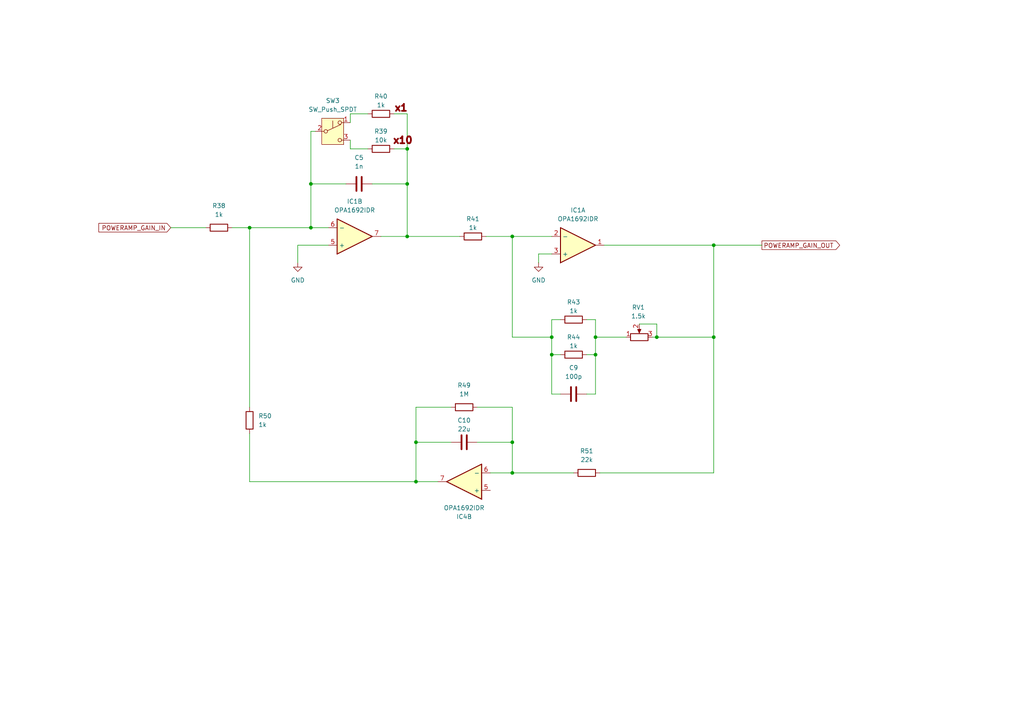
<source format=kicad_sch>
(kicad_sch (version 20231120) (generator "eeschema") (generator_version "8.0")
  (paper "A4")
  (title_block (title "Gain stage"))
  (lib_symbols
    (symbol "Device:C" (pin_numbers hide) (pin_names (offset 0.254))
      (property "Reference" "C" (at 0.635 2.54 0))
      (property "Value" "C" (at 0.635 -2.54 0))
      (symbol "C_0_1"
        (polyline (pts (xy -2.032 -0.762) (xy 2.032 -0.762)) (stroke (width 0.508)))
        (polyline (pts (xy -2.032 0.762) (xy 2.032 0.762)) (stroke (width 0.508)))
      )
      (symbol "C_1_1"
        (pin passive line (at 0 3.81 270) (length 2.794) (name "~") (number "1"))
        (pin passive line (at 0 -3.81 90) (length 2.794) (name "~") (number "2"))
      )
    )
    (symbol "Device:R" (pin_numbers hide) (pin_names (offset 0))
      (property "Reference" "R" (at 2.032 0 90))
      (property "Value" "R" (at 0 0 90))
      (symbol "R_0_1"
        (rectangle (start -1.016 -2.54) (end 1.016 2.54) (stroke (width 0.254)))
      )
      (symbol "R_1_1"
        (pin passive line (at 0 3.81 270) (length 1.27) (name "~") (number "1"))
        (pin passive line (at 0 -3.81 90) (length 1.27) (name "~") (number "2"))
      )
    )
    (symbol "Device:R_Potentiometer" (pin_names (offset 1.016) hide)
      (property "Reference" "RV" (at -4.445 0 90))
      (property "Value" "R_Potentiometer" (at -2.54 0 90))
      (symbol "R_Potentiometer_0_1"
        (polyline (pts (xy 2.54 0) (xy 1.524 0)))
        (polyline (pts (xy 1.143 0) (xy 2.286 0.508) (xy 2.286 -0.508) (xy 1.143 0)) (fill (type outline)))
        (rectangle (start 1.016 2.54) (end -1.016 -2.54) (stroke (width 0.254)))
      )
      (symbol "R_Potentiometer_1_1"
        (pin passive line (at 0 3.81 270) (length 1.27) (name "1") (number "1"))
        (pin passive line (at 3.81 0 180) (length 1.27) (name "2") (number "2"))
        (pin passive line (at 0 -3.81 90) (length 1.27) (name "3") (number "3"))
      )
    )
    (symbol "SamacSys_Parts:OPA1692IDR"
      (property "Reference" "IC" (at 24.13 7.62 0))
      (property "Value" "OPA1692IDR" (at 24.13 5.08 0))
      (symbol "OPA1692IDR_1_1"
        (polyline (pts (xy -2.54 5.08) (xy 7.62 0) (xy -2.54 -5.08) (xy -2.54 5.08)) (stroke (width 0.254)) (fill (type background)))
        (polyline (pts (xy -2.54 5.08) (xy 7.62 0) (xy -2.54 -5.08) (xy -2.54 5.08)) (stroke (width 0.254)) (fill (type background)))
        (pin output line (at 10.16 0 180) (length 2.54) (name "~") (number "1"))
        (pin input line (at -5.08 -2.54 0) (length 2.54) (name "-") (number "2"))
        (pin input line (at -5.08 2.54 0) (length 2.54) (name "+") (number "3"))
      )
      (symbol "OPA1692IDR_2_1"
        (polyline (pts (xy -2.54 5.08) (xy 7.62 0) (xy -2.54 -5.08) (xy -2.54 5.08)) (stroke (width 0.254)) (fill (type background)))
        (polyline (pts (xy -2.54 5.08) (xy 7.62 0) (xy -2.54 -5.08) (xy -2.54 5.08)) (stroke (width 0.254)) (fill (type background)))
        (pin input line (at -5.08 2.54 0) (length 2.54) (name "+") (number "5"))
        (pin input line (at -5.08 -2.54 0) (length 2.54) (name "-") (number "6"))
        (pin output line (at 10.16 0 180) (length 2.54) (name "~") (number "7"))
      )
      (symbol "OPA1692IDR_3_1"
        (polyline (pts (xy -2.54 5.08) (xy 7.62 0) (xy -2.54 -5.08) (xy -2.54 5.08)) (stroke (width 0.254)) (fill (type background)))
        (polyline (pts (xy -2.54 5.08) (xy 7.62 0) (xy -2.54 -5.08) (xy -2.54 5.08)) (stroke (width 0.254)) (fill (type background)))
        (pin power_in line (at 0 -7.62 90) (length 3.81) (name "V-") (number "4"))
        (pin power_in line (at 0 7.62 270) (length 3.81) (name "V+") (number "8"))
      )
    )
    (symbol "Switch:SW_Push_SPDT" (pin_names (offset 0) hide)
      (property "Reference" "SW" (at 0 5.08 0))
      (property "Value" "SW_Push_SPDT" (at 0 -5.08 0))
      (symbol "SW_Push_SPDT_0_0"
        (circle (center -2.032 0) (radius 0.508))
        (polyline (pts (xy 0 1.016) (xy 0 3.048)))
        (circle (center 2.032 -2.54) (radius 0.508))
      )
      (symbol "SW_Push_SPDT_0_1"
        (polyline (pts (xy -1.524 0.2032) (xy 2.3368 1.9812)))
        (circle (center 2.032 2.54) (radius 0.508))
      )
      (symbol "SW_Push_SPDT_1_1"
        (rectangle (start -3.175 3.81) (end 3.175 -3.81) (fill (type background)))
        (pin passive line (at 5.08 2.54 180) (length 2.54) (name "A") (number "1"))
        (pin passive line (at -5.08 0 0) (length 2.54) (name "B") (number "2"))
        (pin passive line (at 5.08 -2.54 180) (length 2.54) (name "C") (number "3"))
      )
    )
    (symbol "power:GND" (power) (pin_numbers hide) (pin_names (offset 0) hide)
      (property "Value" "GND" (at 0 -3.81 0))
      (symbol "GND_0_1"
        (polyline (pts (xy 0 0) (xy 0 -1.27) (xy 1.27 -1.27) (xy 0 -2.54) (xy -1.27 -1.27) (xy 0 -1.27)))
      )
      (symbol "GND_1_1"
        (pin power_in line (at 0 0 270) (length 0) (name "~") (number "1"))
      )
    )
  )
  (junction (at 190.5 97.79))
  (junction (at 207.01 71.12))
  (junction (at 118.11 53.34))
  (junction (at 118.11 43.18))
  (junction (at 120.65 128.27))
  (junction (at 72.39 66.04))
  (junction (at 118.11 68.58))
  (junction (at 160.02 97.79))
  (junction (at 172.72 97.79))
  (junction (at 172.72 102.87))
  (junction (at 90.17 53.34))
  (junction (at 148.59 68.58))
  (junction (at 120.65 139.7))
  (junction (at 160.02 102.87))
  (junction (at 90.17 66.04))
  (junction (at 148.59 128.27))
  (junction (at 207.01 97.79))
  (junction (at 148.59 137.16))
  (wire (pts (xy 101.6 43.18) (xy 106.68 43.18)))
  (wire (pts (xy 185.42 93.98) (xy 190.5 93.98)))
  (wire (pts (xy 72.39 125.73) (xy 72.39 139.7)))
  (wire (pts (xy 173.99 137.16) (xy 207.01 137.16)))
  (wire (pts (xy 160.02 73.66) (xy 156.21 73.66)))
  (wire (pts (xy 181.61 97.79) (xy 172.72 97.79)))
  (wire (pts (xy 72.39 66.04) (xy 72.39 118.11)))
  (wire (pts (xy 90.17 53.34) (xy 90.17 66.04)))
  (wire (pts (xy 207.01 97.79) (xy 190.5 97.79)))
  (wire (pts (xy 120.65 118.11) (xy 120.65 128.27)))
  (wire (pts (xy 148.59 118.11) (xy 148.59 128.27)))
  (wire (pts (xy 67.31 66.04) (xy 72.39 66.04)))
  (wire (pts (xy 101.6 40.64) (xy 101.6 43.18)))
  (wire (pts (xy 90.17 38.1) (xy 90.17 53.34)))
  (wire (pts (xy 90.17 53.34) (xy 100.33 53.34)))
  (wire (pts (xy 160.02 114.3) (xy 162.56 114.3)))
  (wire (pts (xy 118.11 33.02) (xy 118.11 43.18)))
  (wire (pts (xy 72.39 66.04) (xy 90.17 66.04)))
  (wire (pts (xy 160.02 97.79) (xy 148.59 97.79)))
  (wire (pts (xy 114.3 33.02) (xy 118.11 33.02)))
  (wire (pts (xy 118.11 68.58) (xy 110.49 68.58)))
  (wire (pts (xy 130.81 118.11) (xy 120.65 118.11)))
  (wire (pts (xy 190.5 93.98) (xy 190.5 97.79)))
  (wire (pts (xy 118.11 53.34) (xy 118.11 68.58)))
  (wire (pts (xy 86.36 71.12) (xy 86.36 76.2)))
  (wire (pts (xy 90.17 38.1) (xy 91.44 38.1)))
  (wire (pts (xy 162.56 102.87) (xy 160.02 102.87)))
  (wire (pts (xy 172.72 97.79) (xy 172.72 92.71)))
  (wire (pts (xy 207.01 71.12) (xy 207.01 97.79)))
  (wire (pts (xy 160.02 102.87) (xy 160.02 114.3)))
  (wire (pts (xy 190.5 97.79) (xy 189.23 97.79)))
  (wire (pts (xy 148.59 97.79) (xy 148.59 68.58)))
  (wire (pts (xy 162.56 92.71) (xy 160.02 92.71)))
  (wire (pts (xy 148.59 137.16) (xy 166.37 137.16)))
  (wire (pts (xy 120.65 128.27) (xy 120.65 139.7)))
  (wire (pts (xy 170.18 114.3) (xy 172.72 114.3)))
  (wire (pts (xy 160.02 92.71) (xy 160.02 97.79)))
  (wire (pts (xy 118.11 43.18) (xy 114.3 43.18)))
  (wire (pts (xy 140.97 68.58) (xy 148.59 68.58)))
  (wire (pts (xy 172.72 97.79) (xy 172.72 102.87)))
  (wire (pts (xy 118.11 68.58) (xy 133.35 68.58)))
  (wire (pts (xy 130.81 128.27) (xy 120.65 128.27)))
  (wire (pts (xy 138.43 118.11) (xy 148.59 118.11)))
  (wire (pts (xy 160.02 102.87) (xy 160.02 97.79)))
  (wire (pts (xy 207.01 137.16) (xy 207.01 97.79)))
  (wire (pts (xy 138.43 128.27) (xy 148.59 128.27)))
  (wire (pts (xy 101.6 33.02) (xy 101.6 35.56)))
  (wire (pts (xy 107.95 53.34) (xy 118.11 53.34)))
  (wire (pts (xy 148.59 68.58) (xy 160.02 68.58)))
  (wire (pts (xy 118.11 43.18) (xy 118.11 53.34)))
  (wire (pts (xy 106.68 33.02) (xy 101.6 33.02)))
  (wire (pts (xy 156.21 73.66) (xy 156.21 76.2)))
  (wire (pts (xy 72.39 139.7) (xy 120.65 139.7)))
  (wire (pts (xy 49.53 66.04) (xy 59.69 66.04)))
  (wire (pts (xy 90.17 66.04) (xy 95.25 66.04)))
  (wire (pts (xy 220.98 71.12) (xy 207.01 71.12)))
  (wire (pts (xy 120.65 139.7) (xy 127 139.7)))
  (wire (pts (xy 175.26 71.12) (xy 207.01 71.12)))
  (wire (pts (xy 148.59 128.27) (xy 148.59 137.16)))
  (wire (pts (xy 172.72 102.87) (xy 170.18 102.87)))
  (wire (pts (xy 142.24 137.16) (xy 148.59 137.16)))
  (wire (pts (xy 172.72 92.71) (xy 170.18 92.71)))
  (wire (pts (xy 95.25 71.12) (xy 86.36 71.12)))
  (wire (pts (xy 172.72 102.87) (xy 172.72 114.3)))
  (text "x10\n" (at 116.84 40.894 0) (effects (font (size 2 2) (thickness 0.6) (bold yes))))
  (text "x1\n" (at 116.332 31.496 0) (effects (font (size 2 2) (thickness 0.6) (bold yes))))
  (global_label "POWERAMP_GAIN_OUT" (shape output) (at 220.98 71.12 0) (property "Intersheetrefs" "${INTERSHEET_REFS}" (effects (hide yes))))
  (global_label "POWERAMP_GAIN_IN" (shape input) (at 49.53 66.04 180) (property "Intersheetrefs" "${INTERSHEET_REFS}" (effects (hide yes))))
  (symbol (lib_id "Device:R_Potentiometer") (at 185.42 97.79 90) (unit 1)
    (property "Reference" "RV1" (at 185.166 89.154 90))
    (property "Value" "1.5k" (at 185.166 91.694 90))
    (property "Description" "Potentiometer" (effects (hide yes)))
  )
  (symbol (lib_id "Device:R") (at 63.5 66.04 90) (unit 1)
    (property "Reference" "R38" (at 63.5 59.69 90))
    (property "Value" "1k" (at 63.5 62.23 90))
    (property "Description" "Resistor" (effects (hide yes)))
  )
  (symbol (lib_id "Device:R") (at 137.16 68.58 90) (unit 1)
    (property "Reference" "R41" (at 137.16 63.5 90))
    (property "Value" "1k" (at 137.16 66.04 90))
    (property "Description" "Resistor" (effects (hide yes)))
  )
  (symbol (lib_id "SamacSys_Parts:OPA1692IDR") (at 137.16 139.7 180) (unit 2)
    (property "Reference" "IC4" (at 134.62 149.86 0))
    (property "Value" "OPA1692IDR" (at 134.62 147.32 0))
    (property "Footprint" "SOIC127P600X175-8N" (effects (hide yes)))
    (property "Datasheet" "http://www.ti.com/lit/gpn/opa1692" (effects (hide yes)))
    (property "Description" "SoundPlus Low-Power, Low-Noise, High-Performance Dual Bipolar-Input Audio Op Amp " (effects (hide yes)))
    (property "Height" "1.75" (effects (hide yes)))
    (property "Manufacturer_Name" "Texas Instruments" (effects (hide yes)))
    (property "Manufacturer_Part_Number" "OPA1692IDR" (effects (hide yes)))
    (property "Mouser Part Number" "595-OPA1692IDR" (effects (hide yes)))
    (property "Mouser Price/Stock" "https://www.mouser.co.uk/ProductDetail/Texas-Instruments/OPA1692IDR/?qs=byeeYqUIh0MXwWoRpZJtCA%3D%3D" (effects (hide yes)))
    (property "Arrow Part Number" "OPA1692IDR" (effects (hide yes)))
    (property "Arrow Price/Stock" "https://www.arrow.com/en/products/opa1692idr/texas-instruments" (effects (hide yes)))
  )
  (symbol (lib_id "SamacSys_Parts:OPA1692IDR") (at 165.1 71.12 0) (mirror x) (unit 1)
    (property "Reference" "IC1" (at 167.64 60.96 0))
    (property "Value" "OPA1692IDR" (at 167.64 63.5 0))
    (property "Footprint" "SOIC127P600X175-8N" (effects (hide yes)))
    (property "Datasheet" "http://www.ti.com/lit/gpn/opa1692" (effects (hide yes)))
    (property "Description" "SoundPlus Low-Power, Low-Noise, High-Performance Dual Bipolar-Input Audio Op Amp " (effects (hide yes)))
    (property "Height" "1.75" (effects (hide yes)))
    (property "Manufacturer_Name" "Texas Instruments" (effects (hide yes)))
    (property "Manufacturer_Part_Number" "OPA1692IDR" (effects (hide yes)))
    (property "Mouser Part Number" "595-OPA1692IDR" (effects (hide yes)))
    (property "Mouser Price/Stock" "https://www.mouser.co.uk/ProductDetail/Texas-Instruments/OPA1692IDR/?qs=byeeYqUIh0MXwWoRpZJtCA%3D%3D" (effects (hide yes)))
    (property "Arrow Part Number" "OPA1692IDR" (effects (hide yes)))
    (property "Arrow Price/Stock" "https://www.arrow.com/en/products/opa1692idr/texas-instruments" (effects (hide yes)))
  )
  (symbol (lib_id "Device:R") (at 110.49 43.18 90) (unit 1)
    (property "Reference" "R39" (at 110.49 38.1 90))
    (property "Value" "10k" (at 110.49 40.64 90))
    (property "Description" "Resistor" (effects (hide yes)))
  )
  (symbol (lib_id "Device:R") (at 134.62 118.11 270) (unit 1)
    (property "Reference" "R49" (at 134.62 111.76 90))
    (property "Value" "1M" (at 134.62 114.3 90))
    (property "Description" "Resistor" (effects (hide yes)))
  )
  (symbol (lib_id "Device:C") (at 166.37 114.3 90) (unit 1)
    (property "Reference" "C9" (at 166.37 106.68 90))
    (property "Value" "100p" (at 166.37 109.22 90))
    (property "Description" "Unpolarized capacitor" (effects (hide yes)))
  )
  (symbol (lib_id "Device:C") (at 134.62 128.27 90) (unit 1)
    (property "Reference" "C10" (at 134.62 121.92 90))
    (property "Value" "22u" (at 134.62 124.46 90))
    (property "Description" "Unpolarized capacitor" (effects (hide yes)))
  )
  (symbol (lib_id "Device:R") (at 166.37 92.71 90) (unit 1)
    (property "Reference" "R43" (at 166.37 87.63 90))
    (property "Value" "1k" (at 166.37 90.17 90))
    (property "Description" "Resistor" (effects (hide yes)))
  )
  (symbol (lib_id "Device:R") (at 170.18 137.16 270) (unit 1)
    (property "Reference" "R51" (at 170.18 130.81 90))
    (property "Value" "22k" (at 170.18 133.35 90))
    (property "Description" "Resistor" (effects (hide yes)))
  )
  (symbol (lib_id "Switch:SW_Push_SPDT") (at 96.52 38.1 0) (unit 1)
    (property "Reference" "SW3" (at 96.52 29.21 0))
    (property "Value" "SW_Push_SPDT" (at 96.52 31.75 0))
    (property "Description" "Momentary Switch, single pole double throw" (effects (hide yes)))
  )
  (symbol (lib_id "power:GND") (at 86.36 76.2 0) (unit 1)
    (property "Reference" "#PWR030" (effects (hide yes)))
    (property "Value" "GND" (at 86.36 81.28 0))
    (property "Description" "Power symbol creates a global label with name \"GND\" , ground" (effects (hide yes)))
  )
  (symbol (lib_id "SamacSys_Parts:OPA1692IDR") (at 100.33 68.58 0) (mirror x) (unit 2)
    (property "Reference" "IC1" (at 102.87 58.42 0))
    (property "Value" "OPA1692IDR" (at 102.87 60.96 0))
    (property "Footprint" "SOIC127P600X175-8N" (effects (hide yes)))
    (property "Datasheet" "http://www.ti.com/lit/gpn/opa1692" (effects (hide yes)))
    (property "Description" "SoundPlus Low-Power, Low-Noise, High-Performance Dual Bipolar-Input Audio Op Amp " (effects (hide yes)))
    (property "Height" "1.75" (effects (hide yes)))
    (property "Manufacturer_Name" "Texas Instruments" (effects (hide yes)))
    (property "Manufacturer_Part_Number" "OPA1692IDR" (effects (hide yes)))
    (property "Mouser Part Number" "595-OPA1692IDR" (effects (hide yes)))
    (property "Mouser Price/Stock" "https://www.mouser.co.uk/ProductDetail/Texas-Instruments/OPA1692IDR/?qs=byeeYqUIh0MXwWoRpZJtCA%3D%3D" (effects (hide yes)))
    (property "Arrow Part Number" "OPA1692IDR" (effects (hide yes)))
    (property "Arrow Price/Stock" "https://www.arrow.com/en/products/opa1692idr/texas-instruments" (effects (hide yes)))
  )
  (symbol (lib_id "Device:R") (at 166.37 102.87 90) (unit 1)
    (property "Reference" "R44" (at 166.37 97.79 90))
    (property "Value" "1k" (at 166.37 100.33 90))
    (property "Description" "Resistor" (effects (hide yes)))
  )
  (symbol (lib_id "power:GND") (at 156.21 76.2 0) (unit 1)
    (property "Reference" "#PWR031" (effects (hide yes)))
    (property "Value" "GND" (at 156.21 81.28 0))
    (property "Description" "Power symbol creates a global label with name \"GND\" , ground" (effects (hide yes)))
  )
  (symbol (lib_id "Device:R") (at 110.49 33.02 90) (unit 1)
    (property "Reference" "R40" (at 110.49 27.94 90))
    (property "Value" "1k" (at 110.49 30.48 90))
    (property "Description" "Resistor" (effects (hide yes)))
  )
  (symbol (lib_id "Device:R") (at 72.39 121.92 0) (unit 1)
    (property "Reference" "R50" (at 74.93 120.6499 0) (effects (justify left)))
    (property "Value" "1k" (at 74.93 123.1899 0) (effects (justify left)))
    (property "Description" "Resistor" (effects (hide yes)))
  )
  (symbol (lib_id "Device:C") (at 104.14 53.34 90) (unit 1)
    (property "Reference" "C5" (at 104.14 45.72 90))
    (property "Value" "1n" (at 104.14 48.26 90))
    (property "Description" "Unpolarized capacitor" (effects (hide yes)))
  )
)
</source>
